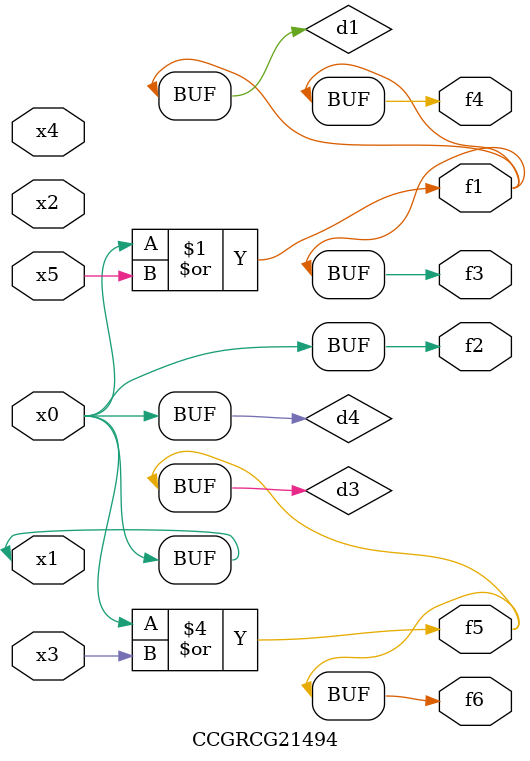
<source format=v>
module CCGRCG21494(
	input x0, x1, x2, x3, x4, x5,
	output f1, f2, f3, f4, f5, f6
);

	wire d1, d2, d3, d4;

	or (d1, x0, x5);
	xnor (d2, x1, x4);
	or (d3, x0, x3);
	buf (d4, x0, x1);
	assign f1 = d1;
	assign f2 = d4;
	assign f3 = d1;
	assign f4 = d1;
	assign f5 = d3;
	assign f6 = d3;
endmodule

</source>
